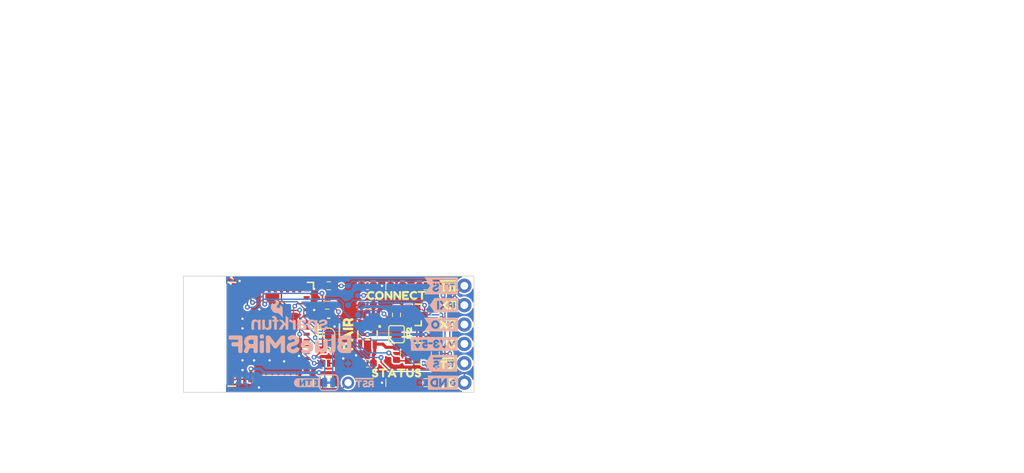
<source format=kicad_pcb>
(kicad_pcb (version 20221018) (generator pcbnew)
  (layers (0 "F.Cu" signal) (31 "B.Cu" signal) (34 "B.Paste" user) (35 "F.Paste" user) (36 "B.SilkS" user "B.Silkscreen") (37 "F.SilkS" user "F.Silkscreen") (38 "B.Mask" user) (39 "F.Mask" user) (44 "Edge.Cuts" user))
  (net 0 "")
  (net 1 "+3.3V")
  (net 2 "GND")
  (net 3 "VCC")
  (net 4 "Net-(D1-A)")
  (net 5 "Net-(D2-A)")
  (net 6 "~{RTS_HV}")
  (net 7 "RX_HV")
  (net 8 "TX_HV")
  (net 9 "~{CTS_HV}")
  (net 10 "TX_LV")
  (net 11 "~{RTS_LV}")
  (net 12 "Net-(U1-EN)")
  (net 13 "RX_LV")
  (net 14 "~{CTS_LV}")
  (net 33 "PAIR")
  (net 34 "Net-(JP1-A)")
  (net 35 "/Connect")
  (net 39 "/Status")
  (net 40 "Net-(U1-IOA15)")
  (footprint "SparkFun-Aesthetic:Fiducial_0.5mm_Mask1mm" (layer "F.Cu") (at 163.83 129.54)
    (fp_text reference "FID2")
    (fp_text value "Fiducial_0.5")
    (pad "" smd circle (at 0 0) (size 0.5 0.5) (layers "F.Cu" "F.Mask") (clearance 0.25))
  )
  (footprint "SparkFun-LED:LED_0603_1608Metric" (layer "F.Cu") (at 157.48 118.11)
    (fp_text reference "D1")
    (fp_text value "Green")
    (pad "1" smd roundrect (at -0.7875 0) (size 0.875 0.95) (layers "F.Cu" "F.Paste" "F.Mask") (net 2 "GND"))
    (pad "2" smd roundrect (at 0.7875 0) (size 0.875 0.95) (layers "F.Cu" "F.Paste" "F.Mask") (net 4 "Net-(D1-A)"))
  )
  (footprint "SparkFun-Semiconductor-Standard:SOT23-3" (layer "F.Cu") (at 160.02 121.92)
    (fp_text reference "Q2")
    (fp_text value "Q_NMOS_DGS")
    (pad "1" smd rect (at -1 -0.95 270) (size 0.8 0.9) (layers "F.Cu" "F.Paste" "F.Mask") (net 1 "+3.3V"))
    (pad "2" smd rect (at -1 0.95 270) (size 0.8 0.9) (layers "F.Cu" "F.Paste" "F.Mask") (net 11 "~{RTS_LV}"))
    (pad "3" smd rect (at 1.1 0 270) (size 0.8 0.9) (layers "F.Cu" "F.Paste" "F.Mask") (net 6 "~{RTS_HV}"))
  )
  (footprint "SparkFun-Resistor:R_0603_1608Metric" (layer "F.Cu") (at 148.59 118.11)
    (fp_text reference "R3")
    (fp_text value "1k")
    (pad "1" smd roundrect (at -0.825 0) (size 0.8 0.95) (layers "F.Cu" "F.Paste" "F.Mask") (net 13 "RX_LV"))
    (pad "2" smd roundrect (at 0.825 0) (size 0.8 0.95) (layers "F.Cu" "F.Paste" "F.Mask") (net 7 "RX_HV"))
  )
  (footprint "SparkFun-Resistor:R_0603_1608Metric" (layer "F.Cu") (at 161.29 118.11 180)
    (fp_text reference "R5")
    (fp_text value "330")
    (pad "1" smd roundrect (at -0.825 0 180) (size 0.8 0.95) (layers "F.Cu" "F.Paste" "F.Mask") (net 35 "/Connect"))
    (pad "2" smd roundrect (at 0.825 0 180) (size 0.8 0.95) (layers "F.Cu" "F.Paste" "F.Mask") (net 4 "Net-(D1-A)"))
  )
  (footprint "SparkFun-Aesthetic:ORDERING_INSTRUCTIONS" (layer "F.Cu") (at 176.145 80.895)
    (fp_text reference "U3" hide)
    (fp_text value "~" hide)
  )
  (footprint "kibuzzard-65023040" (layer "F.Cu") (at 157.48 129.54)
    (fp_text reference "kibuzzard-65023040" hide)
    (fp_text value "G***" hide)
  )
  (footprint "kibuzzard-654D17D1" (layer "F.Cu") (at 164.846 130.81)
    (fp_text reference "kibuzzard-654D17D1" hide)
    (fp_text value "G***" hide)
  )
  (footprint "kibuzzard-655A444A" (layer "F.Cu") (at 164.465 120.65)
    (fp_text reference "kibuzzard-655A444A" hide)
    (fp_text value "G***" hide)
  )
  (footprint "SparkFun-Connector:1X01" (layer "F.Cu") (at 151.13 130.81 90)
    (fp_text reference "TP1")
    (fp_text value "TestPoint")
    (pad "1" thru_hole circle (at 0 0 180) (size 1.6 1.6) (drill 0.95) (layers "*.Cu" "*.Mask") (net 12 "Net-(U1-EN)"))
  )
  (footprint "kibuzzard-6502302E" (layer "F.Cu") (at 157.48 119.38)
    (fp_text reference "kibuzzard-6502302E" hide)
    (fp_text value "G***" hide)
  )
  (footprint "SparkFun-Semiconductor-Standard:SOT23-5" (layer "F.Cu") (at 153.67 124.46 -90)
    (fp_text reference "U2")
    (fp_text value "AP2112K-3.3")
    (pad "1" smd rect (at -1.3001 -0.95 180) (size 0.55 1.2) (layers "F.Cu" "F.Paste" "F.Mask") (net 3 "VCC"))
    (pad "2" smd rect (at -1.3001 0 180) (size 0.55 1.2) (layers "F.Cu" "F.Paste" "F.Mask") (net 2 "GND"))
    (pad "3" smd rect (at -1.3001 0.95 180) (size 0.55 1.2) (layers "F.Cu" "F.Paste" "F.Mask") (net 3 "VCC"))
    (pad "4" smd rect (at 1.3001 0.95 180) (size 0.55 1.2) (layers "F.Cu" "F.Paste" "F.Mask"))
    (pad "5" smd rect (at 1.3001 -0.95 180) (size 0.55 1.2) (layers "F.Cu" "F.Paste" "F.Mask") (net 1 "+3.3V"))
  )
  (footprint "SparkFun-Aesthetic:Creative_Commons_License" (layer "F.Cu") (at 152.4 138.43)
    (fp_text reference "G2" hide)
    (fp_text value "OSHW_Logo" hide)
  )
  (footprint "SparkFun-Capacitor:C_0603_1608Metric" (layer "F.Cu") (at 153.67 120.65 180)
    (fp_text reference "C1")
    (fp_text value "10uF")
    (pad "1" smd roundrect (at -0.775 0 180) (size 0.9 0.95) (layers "F.Cu" "F.Paste" "F.Mask") (net 3 "VCC"))
    (pad "2" smd roundrect (at 0.775 0 180) (size 0.9 0.95) (layers "F.Cu" "F.Paste" "F.Mask") (net 2 "GND"))
  )
  (footprint "SparkFun-Resistor:R_0603_1608Metric" (layer "F.Cu") (at 162.56 127 -90)
    (fp_text reference "R9")
    (fp_text value "10k")
    (pad "1" smd roundrect (at -0.825 0 270) (size 0.8 0.95) (layers "F.Cu" "F.Paste" "F.Mask") (net 3 "VCC"))
    (pad "2" smd roundrect (at 0.825 0 270) (size 0.8 0.95) (layers "F.Cu" "F.Paste" "F.Mask") (net 8 "TX_HV"))
  )
  (footprint "SparkFun-Capacitor:C_0603_1608Metric" (layer "F.Cu") (at 153.67 128.27 180)
    (fp_text reference "C3")
    (fp_text value "1.0uF")
    (pad "1" smd roundrect (at -0.775 0 180) (size 0.9 0.95) (layers "F.Cu" "F.Paste" "F.Mask") (net 1 "+3.3V"))
    (pad "2" smd roundrect (at 0.775 0 180) (size 0.9 0.95) (layers "F.Cu" "F.Paste" "F.Mask") (net 2 "GND"))
  )
  (footprint "kibuzzard-654D17C6" (layer "F.Cu") (at 164.719 125.73)
    (fp_text reference "kibuzzard-654D17C6" hide)
    (fp_text value "G***" hide)
  )
  (footprint "SparkFun-Resistor:R_0603_1608Metric" (layer "F.Cu") (at 148.59 130.81 180)
    (fp_text reference "R1")
    (fp_text value "10k")
    (pad "1" smd roundrect (at -0.825 0 180) (size 0.8 0.95) (layers "F.Cu" "F.Paste" "F.Mask") (net 1 "+3.3V"))
    (pad "2" smd roundrect (at 0.825 0 180) (size 0.8 0.95) (layers "F.Cu" "F.Paste" "F.Mask") (net 12 "Net-(U1-EN)"))
  )
  (footprint "SparkFun-Semiconductor-Standard:SOT23-3" (layer "F.Cu") (at 160.02 127)
    (fp_text reference "Q1")
    (fp_text value "Q_NMOS_DGS")
    (pad "1" smd rect (at -1 -0.95 270) (size 0.8 0.9) (layers "F.Cu" "F.Paste" "F.Mask") (net 1 "+3.3V"))
    (pad "2" smd rect (at -1 0.95 270) (size 0.8 0.9) (layers "F.Cu" "F.Paste" "F.Mask") (net 10 "TX_LV"))
    (pad "3" smd rect (at 1.1 0 270) (size 0.8 0.9) (layers "F.Cu" "F.Paste" "F.Mask") (net 8 "TX_HV"))
  )
  (footprint "SparkFun-Resistor:R_0603_1608Metric" (layer "F.Cu") (at 162.56 121.92 90)
    (fp_text reference "R10")
    (fp_text value "10k")
    (pad "1" smd roundrect (at -0.825 0 90) (size 0.8 0.95) (layers "F.Cu" "F.Paste" "F.Mask") (net 3 "VCC"))
    (pad "2" smd roundrect (at 0.825 0 90) (size 0.8 0.95) (layers "F.Cu" "F.Paste" "F.Mask") (net 6 "~{RTS_HV}"))
  )
  (footprint "SparkFun-Resistor:R_0603_1608Metric" (layer "F.Cu") (at 148.59 128.27)
    (fp_text reference "R2")
    (fp_text value "10k")
    (pad "1" smd roundrect (at -0.825 0) (size 0.8 0.95) (layers "F.Cu" "F.Paste" "F.Mask") (net 40 "Net-(U1-IOA15)"))
    (pad "2" smd roundrect (at 0.825 0) (size 0.8 0.95) (layers "F.Cu" "F.Paste" "F.Mask") (net 2 "GND"))
  )
  (footprint "SparkFun-RF:ESP32-MINI" (layer "F.Cu") (at 140.79 124.46 90)
    (fp_text reference "U1")
    (fp_text value "ESP32_Pico_Mini")
    (pad "1" smd rect (at -5.9 -4 180) (size 0.4 0.8) (layers "F.Cu" "F.Paste" "F.Mask") (net 2 "GND"))
    (pad "2" smd rect (at -5.9 -3.2 180) (size 0.4 0.8) (layers "F.Cu" "F.Paste" "F.Mask") (net 2 "GND"))
    (pad "3" smd rect (at -5.9 -2.4 180) (size 0.4 0.8) (layers "F.Cu" "F.Paste" "F.Mask") (net 1 "+3.3V"))
    (pad "4" smd rect (at -5.9 -1.6 180) (size 0.4 0.8) (layers "F.Cu" "F.Paste" "F.Mask"))
    (pad "5" smd rect (at -5.9 -0.8 180) (size 0.4 0.8) (layers "F.Cu" "F.Paste" "F.Mask"))
    (pad "6" smd rect (at -5.9 0 180) (size 0.4 0.8) (layers "F.Cu" "F.Paste" "F.Mask"))
    (pad "7" smd rect (at -5.9 0.8 180) (size 0.4 0.8) (layers "F.Cu" "F.Paste" "F.Mask"))
    (pad "8" smd rect (at -5.9 1.6 180) (size 0.4 0.8) (layers "F.Cu" "F.Paste" "F.Mask") (net 12 "Net-(U1-EN)"))
    (pad "9" smd rect (at -5.9 2.4 180) (size 0.4 0.8) (layers "F.Cu" "F.Paste" "F.Mask"))
    (pad "10" smd rect (at -5.9 3.2 180) (size 0.4 0.8) (layers "F.Cu" "F.Paste" "F.Mask"))
    (pad "11" smd rect (at -5.9 4 180) (size 0.4 0.8) (layers "F.Cu" "F.Paste" "F.Mask") (net 2 "GND"))
    (pad "12" smd rect (at -4.8 4.9 90) (size 0.4 0.8) (layers "F.Cu" "F.Paste" "F.Mask"))
    (pad "13" smd rect (at -4 4.9 90) (size 0.4 0.8) (layers "F.Cu" "F.Paste" "F.Mask"))
    (pad "14" smd rect (at -3.2 4.9 90) (size 0.4 0.8) (layers "F.Cu" "F.Paste" "F.Mask") (net 2 "GND"))
    (pad "15" smd rect (at -2.4 4.9 90) (size 0.4 0.8) (layers "F.Cu" "F.Paste" "F.Mask"))
    (pad "16" smd rect (at -1.6 4.9 90) (size 0.4 0.8) (layers "F.Cu" "F.Paste" "F.Mask"))
    (pad "17" smd rect (at -0.8 4.9 90) (size 0.4 0.8) (layers "F.Cu" "F.Paste" "F.Mask"))
    (pad "18" smd rect (at 0 4.9 90) (size 0.4 0.8) (layers "F.Cu" "F.Paste" "F.Mask"))
    (pad "19" smd rect (at 0.8 4.9 90) (size 0.4 0.8) (layers "F.Cu" "F.Paste" "F.Mask"))
    (pad "20" smd rect (at 1.6 4.9 90) (size 0.4 0.8) (layers "F.Cu" "F.Paste" "F.Mask") (net 35 "/Connect"))
    (pad "21" smd rect (at 2.4 4.9 90) (size 0.4 0.8) (layers "F.Cu" "F.Paste" "F.Mask") (net 40 "Net-(U1-IOA15)"))
    (pad "22" smd rect (at 3.2 4.9 90) (size 0.4 0.8) (layers "F.Cu" "F.Paste" "F.Mask"))
    (pad "23" smd rect (at 4 4.9 90) (size 0.4 0.8) (layers "F.Cu" "F.Paste" "F.Mask") (net 33 "PAIR"))
    (pad "24" smd rect (at 4.8 4.9 90) (size 0.4 0.8) (layers "F.Cu" "F.Paste" "F.Mask"))
    (pad "25" smd rect (at 5.9 4 180) (size 0.4 0.8) (layers "F.Cu" "F.Paste" "F.Mask"))
    (pad "26" smd rect (at 5.9 3.2 180) (size 0.4 0.8) (layers "F.Cu" "F.Paste" "F.Mask"))
    (pad "27" smd rect (at 5.9 2.4 180) (size 0.4 0.8) (layers "F.Cu" "F.Paste" "F.Mask"))
    (pad "28" smd rect (at 5.9 1.6 180) (size 0.4 0.8) (layers "F.Cu" "F.Paste" "F.Mask") (net 39 "/Status"))
    (pad "29" smd rect (at 5.9 0.8 180) (size 0.4 0.8) (layers "F.Cu" "F.Paste" "F.Mask"))
    (pad "30" smd rect (at 5.9 0 180) (size 0.4 0.8) (layers "F.Cu" "F.Paste" "F.Mask") (net 13 "RX_LV"))
    (pad "31" smd rect (at 5.9 -0.8 180) (size 0.4 0.8) (layers "F.Cu" "F.Paste" "F.Mask") (net 10 "TX_LV"))
    (pad "32" smd rect (at 5.9 -1.6 180) (size 0.4 0.8) (layers "F.Cu" "F.Paste" "F.Mask"))
    (pad "33" smd rect (at 5.9 -2.4 180) (size 0.4 0.8) (layers "F.Cu" "F.Paste" "F.Mask") (net 14 "~{CTS_LV}"))
    (pad "34" smd rect (at 5.9 -3.2 180) (size 0.4 0.8) (layers "F.Cu" "F.Paste" "F.Mask") (net 11 "~{RTS_LV}"))
    (pad "35" smd rect (at 5.9 -4 180) (size 0.4 0.8) (layers "F.Cu" "F.Paste" "F.Mask"))
    (pad "36" smd rect (at 4.8 -4.9 90) (size 0.4 0.8) (layers "F.Cu" "F.Paste" "F.Mask") (net 2 "GND"))
    (pad "37" smd rect (at 4 -4.9 90) (size 0.4 0.8) (layers "F.Cu" "F.Paste" "F.Mask") (net 2 "GND"))
    (pad "38" smd rect (at 3.2 -4.9 90) (size 0.4 0.8) (layers "F.Cu" "F.Paste" "F.Mask") (net 2 "GND"))
    (pad "39" smd rect (at 2.4 -4.9 90) (size 0.4 0.8) (layers "F.Cu" "F.Paste" "F.Mask") (net 2 "GND"))
    (pad "40" smd rect (at 1.6 -4.9 90) (size 0.4 0.8) (layers "F.Cu" "F.Paste" "F.Mask") (net 2 "GND"))
    (pad "41" smd rect (at 0.8 -4.9 90) (size 0.4 0.8) (layers "F.Cu" "F.Paste" "F.Mask") (net 2 "GND"))
    (pad "42" smd rect (at 0 -4.9 90) (size 0.4 0.8) (layers "F.Cu" "F.Paste" "F.Mask") (net 2 "GND"))
    (pad "43" smd rect (at -0.8 -4.9 90) (size 0.4 0.8) (layers "F.Cu" "F.Paste" "F.Mask") (net 2 "GND"))
    (pad "44" smd rect (at -1.6 -4.9 90) (size 0.4 0.8) (layers "F.Cu" "F.Paste" "F.Mask") (net 2 "GND"))
    (pad "45" smd rect (at -2.4 -4.9 90) (size 0.4 0.8) (layers "F.Cu" "F.Paste" "F.Mask") (net 2 "GND"))
    (pad "46" smd rect (at -3.2 -4.9 90) (size 0.4 0.8) (layers "F.Cu" "F.Paste" "F.Mask") (net 2 "GND"))
    (pad "47" smd rect (at -4 -4.9 90) (size 0.4 0.8) (layers "F.Cu" "F.Paste" "F.Mask") (net 2 "GND"))
    (pad "48" smd rect (at -4.8 -4.9 90) (size 0.4 0.8) (layers "F.Cu" "F.Paste" "F.Mask") (net 2 "GND"))
    (pad "49.1" smd rect (at -1.975 -1.975 90) (size 1.45 1.45) (layers "F.Cu" "F.Mask") (net 2 "GND"))
    (pad "49.2" smd rect (at -1.975 0 90) (size 1.45 1.45) (layers "F.Cu" "F.Mask") (net 2 "GND"))
    (pad "49.3" smd rect (at -1.975 1.975 90) (size 1.45 1.45) (layers "F.Cu" "F.Mask") (net 2 "GND"))
    (pad "49.4" smd rect (at 0 1.975 90) (size 1.45 1.45) (layers "F.Cu" "F.Mask") (net 2 "GND"))
    (pad "49.5" smd rect (at 1.975 1.975 90) (size 1.45 1.45) (layers "F.Cu" "F.Mask") (net 2 "GND"))
    (pad "49.6" smd rect (at 1.975 0 90) (size 1.45 1.45) (layers "F.Cu" "F.Mask") (net 2 "GND"))
    (pad "49.7" smd rect (at 1.975 -1.975 90) (size 1.45 1.45) (layers "F.Cu" "F.Mask") (net 2 "GND"))
    (pad "49.8" smd rect (at 0 -1.975 90) (size 1.45 1.45) (layers "F.Cu" "F.Mask") (net 2 "GND"))
    (pad "49.9" smd rect (at 0 0 90) (size 1.45 1.45) (layers "F.Cu" "F.Mask") (net 2 "GND"))
    (pad "50" smd rect (at 5.95 -4.95 90) (size 0.7 0.7) (layers "F.Cu" "F.Paste" "F.Mask") (net 2 "GND"))
    (pad "51" smd rect (at 5.95 4.95 90) (size 0.7 0.7) (layers "F.Cu" "F.Paste" "F.Mask") (net 2 "GND"))
    (pad "52" smd rect (at -5.95 4.95 90) (size 0.7 0.7) (layers "F.Cu" "F.Paste" "F.Mask") (net 2 "GND"))
    (pad "53" smd rect (at -5.95 -4.95 90) (size 0.7 0.7) (layers "F.Cu" "F.Paste" "F.Mask") (net 2 "GND"))
    (zone (net 0) (net_name "") (layer "F.Cu") (connect_pads (clearance 0)) (min_thickness 0.25)
      (keepout (tracks not_allowed) (vias not_allowed) (pads not_allowed) (copperpour not_allowed) (footprints allowed))
      (fill (thermal_gap 0.5) (thermal_bridge_width 0.5))
      (polygon (pts (xy 135.19 131.06) (xy 135.19 117.86) (xy 129.79 117.86) (xy 129.79 131.06)))
    )
    (zone (net 0) (net_name "") (layer "B.Cu") (connect_pads (clearance 0)) (min_thickness 0.25)
      (keepout (tracks not_allowed) (vias not_allowed) (pads not_allowed) (copperpour not_allowed) (footprints allowed))
      (fill (thermal_gap 0.5) (thermal_bridge_width 0.5))
      (polygon (pts (xy 129.79 117.86) (xy 129.79 131.06) (xy 135.19 131.06) (xy 135.19 117.86)))
    )
  )
  (footprint "kibuzzard-655A44E1" (layer "F.Cu") (at 164.211 123.19)
    (fp_text reference "kibuzzard-655A44E1" hide)
    (fp_text value "G***" hide)
  )
  (footprint "SparkFun-Resistor:R_0603_1608Metric" (layer "F.Cu") (at 157.48 127 -90)
    (fp_text reference "R7")
    (fp_text value "10k")
    (pad "1" smd roundrect (at -0.825 0 270) (size 0.8 0.95) (layers "F.Cu" "F.Paste" "F.Mask") (net 1 "+3.3V"))
    (pad "2" smd roundrect (at 0.825 0 270) (size 0.8 0.95) (layers "F.Cu" "F.Paste" "F.Mask") (net 10 "TX_LV"))
  )
  (footprint "SparkFun-Capacitor:C_0603_1608Metric" (layer "F.Cu") (at 153.67 118.11 180)
    (fp_text reference "C2")
    (fp_text value "1.0uF")
    (pad "1" smd roundrect (at -0.775 0 180) (size 0.9 0.95) (layers "F.Cu" "F.Paste" "F.Mask") (net 3 "VCC"))
    (pad "2" smd roundrect (at 0.775 0 180) (size 0.9 0.95) (layers "F.Cu" "F.Paste" "F.Mask") (net 2 "GND"))
  )
  (footprint "SparkFun-Aesthetic:Fiducial_0.5mm_Mask1mm" (layer "F.Cu") (at 135.636 117.348)
    (fp_text reference "FID1")
    (fp_text value "Fiducial_0.5")
    (pad "" smd circle (at 0 0) (size 0.5 0.5) (layers "F.Cu" "F.Mask") (clearance 0.25))
  )
  (footprint "kibuzzard-655A4384" (layer "F.Cu") (at 164.211 128.27)
    (fp_text reference "kibuzzard-655A4384" hide)
    (fp_text value "G***" hide)
  )
  (footprint "kibuzzard-6502231B" (layer "F.Cu") (at 151.13 124.46 90)
    (fp_text reference "kibuzzard-6502231B" hide)
    (fp_text value "G***" hide)
  )
  (footprint "SparkFun-Connector:1X06" (layer "F.Cu") (at 166.37 118.11 -90)
    (fp_text reference "J1")
    (fp_text value "Conn_01x06")
    (pad "1" thru_hole circle (at 0 0) (size 1.8796 1.8796) (drill 1.016) (layers "*.Cu" "*.Mask") (net 6 "~{RTS_HV}"))
    (pad "2" thru_hole circle (at 2.54 0) (size 1.8796 1.8796) (drill 1.016) (layers "*.Cu" "*.Mask") (net 7 "RX_HV"))
    (pad "3" thru_hole circle (at 5.08 0) (size 1.8796 1.8796) (drill 1.016) (layers "*.Cu" "*.Mask") (net 8 "TX_HV"))
    (pad "4" thru_hole circle (at 7.62 0) (size 1.8796 1.8796) (drill 1.016) (layers "*.Cu" "*.Mask") (net 3 "VCC"))
    (pad "5" thru_hole circle (at 10.16 0) (size 1.8796 1.8796) (drill 1.016) (layers "*.Cu" "*.Mask") (net 9 "~{CTS_HV}"))
    (pad "6" thru_hole circle (at 12.7 0) (size 1.8796 1.8796) (drill 1.016) (layers "*.Cu" "*.Mask") (net 2 "GND"))
  )
  (footprint "SparkFun-Switch:Momentary_SMD_4.6x2.8mm" (layer "F.Cu") (at 148.59 124.46 90)
    (fp_text reference "SW1")
    (fp_text value "Switch")
    (pad "1" smd rect (at -2.05 -0.8 90) (size 0.9 1) (layers "F.Cu" "F.Paste" "F.Mask") (net 34 "Net-(JP1-A)"))
    (pad "1" smd rect (at 2.05 -0.8 90) (size 0.9 1) (layers "F.Cu" "F.Paste" "F.Mask") (net 34 "Net-(JP1-A)"))
    (pad "2" smd rect (at -2.05 0.8 90) (size 0.9 1) (layers "F.Cu" "F.Paste" "F.Mask") (net 2 "GND"))
    (pad "2" smd rect (at 2.05 0.8 90) (size 0.9 1) (layers "F.Cu" "F.Paste" "F.Mask") (net 2 "GND"))
  )
  (footprint "SparkFun-LED:LED_0603_1608Metric" (layer "F.Cu") (at 157.48 130.81)
    (fp_text reference "D2")
    (fp_text value "Red")
    (pad "1" smd roundrect (at -0.7875 0) (size 0.875 0.95) (layers "F.Cu" "F.Paste" "F.Mask") (net 2 "GND"))
    (pad "2" smd roundrect (at 0.7875 0) (size 0.875 0.95) (layers "F.Cu" "F.Paste" "F.Mask") (net 5 "Net-(D2-A)"))
  )
  (footprint "SparkFun-Resistor:R_0603_1608Metric" (layer "F.Cu") (at 148.4 120.65)
    (fp_text reference "R4")
    (fp_text value "1k")
    (pad "1" smd roundrect (at -0.825 0) (size 0.8 0.95) (layers "F.Cu" "F.Paste" "F.Mask") (net 14 "~{CTS_LV}"))
    (pad "2" smd roundrect (at 0.825 0) (size 0.8 0.95) (layers "F.Cu" "F.Paste" "F.Mask") (net 9 "~{CTS_HV}"))
  )
  (footprint "SparkFun-Capacitor:C_0603_1608Metric" (layer "F.Cu") (at 153.67 130.81 180)
    (fp_text reference "C4")
    (fp_text value "10uF")
    (pad "1" smd roundrect (at -0.775 0 180) (size 0.9 0.95) (layers "F.Cu" "F.Paste" "F.Mask") (net 1 "+3.3V"))
    (pad "2" smd roundrect (at 0.775 0 180) (size 0.9 0.95) (layers "F.Cu" "F.Paste" "F.Mask") (net 2 "GND"))
  )
  (footprint "SparkFun-Resistor:R_0603_1608Metric" (layer "F.Cu") (at 157.48 121.92 -90)
    (fp_text reference "R8")
    (fp_text value "10k")
    (pad "1" smd roundrect (at -0.825 0 270) (size 0.8 0.95) (layers "F.Cu" "F.Paste" "F.Mask") (net 1 "+3.3V"))
    (pad "2" smd roundrect (at 0.825 0 270) (size 0.8 0.95) (layers "F.Cu" "F.Paste" "F.Mask") (net 11 "~{RTS_LV}"))
  )
  (footprint "SparkFun-Resistor:R_0603_1608Metric" (layer "F.Cu") (at 161.29 130.81 180)
    (fp_text reference "R6")
    (fp_text value "4.7k")
    (pad "1" smd roundrect (at -0.825 0 180) (size 0.8 0.95) (layers "F.Cu" "F.Paste" "F.Mask") (net 39 "/Status"))
    (pad "2" smd roundrect (at 0.825 0 180) (size 0.8 0.95) (layers "F.Cu" "F.Paste" "F.Mask") (net 5 "Net-(D2-A)"))
  )
  (footprint "SparkFun-Jumper:SMT-JUMPER_2_NO_SILK" (layer "F.Cu") (at 157.48 124.46 -90)
    (fp_text reference "JP2")
    (fp_text value "~")
    (pad "1" smd rect (at -0.4064 0 270) (size 0.635 1.27) (layers "F.Cu" "F.Mask") (net 3 "VCC"))
    (pad "2" smd rect (at 0.4064 0 270) (size 0.635 1.27) (layers "F.Cu" "F.Mask") (net 1 "+3.3V"))
  )
  (footprint "kibuzzard-655A4368" (layer "F.Cu") (at 164.211 118.11)
    (fp_text reference "kibuzzard-655A4368" hide)
    (fp_text value "G***" hide)
  )
  (footprint "kibuzzard-655A5C47" (layer "F.Cu") (at 159.131 124.46 90)
    (fp_text reference "kibuzzard-655A5C47" hide)
    (fp_text value "G***" hide)
  )
  (footprint "kibuzzard-655A4397" (layer "B.Cu") (at 163.322 128.27 180)
    (fp_text reference "kibuzzard-655A4397" hide)
    (fp_text value "G***" hide)
  )
  (footprint "SparkFun-Connector:TestPoint-0.75mm" (layer "B.Cu") (at 152.4 121.92 180)
    (fp_text reference "TP4")
    (fp_text value "TestPoint_0.75mm")
    (pad "1" smd roundrect (at 0 0 180) (size 0.75 0.75) (layers "B.Cu" "B.Mask") (roundrect_rratio 0.5) (net 8 "TX_HV"))
  )
  (footprint "SparkFun-Jumper:SMT-JUMPER_2_NC_TRACE_SILK" (layer "B.Cu") (at 148.59 130.81)
    (fp_text reference "JP1")
    (fp_text value "~")
    (fp_poly (pts (xy -0.25 0.15) (xy 0.25 0.15) (xy 0.25 -0.15) (xy -0.25 -0.15)) (fill solid) (layer "B.Cu"))
    (pad "1" smd rect (at -0.5207 0) (size 0.6604 1.27) (layers "B.Cu" "B.Mask") (net 34 "Net-(JP1-A)"))
    (pad "2" smd rect (at 0.5207 0) (size 0.6604 1.27) (layers "B.Cu" "B.Mask") (net 33 "PAIR"))
  )
  (footprint "kibuzzard-655A4470" (layer "B.Cu") (at 163.703 120.65 180)
    (fp_text reference "kibuzzard-655A4470" hide)
    (fp_text value "G***" hide)
  )
  (footprint "kibuzzard-655A4492" (layer "B.Cu") (at 163.322 123.19 180)
    (fp_text reference "kibuzzard-655A4492" hide)
    (fp_text value "G***" hide)
  )
  (footprint "SparkFun-Connector:TestPoint-0.75mm" (layer "B.Cu") (at 151.13 118.11 180)
    (fp_text reference "TP2")
    (fp_text value "TestPoint_0.75mm")
    (pad "1" smd roundrect (at 0 0 180) (size 0.75 0.75) (layers "B.Cu" "B.Mask") (roundrect_rratio 0.5) (net 7 "RX_HV"))
  )
  (footprint "SparkFun-Connector:TestPoint-0.75mm" (layer "B.Cu") (at 151.13 120.65 180)
    (fp_text reference "TP5")
    (fp_text value "TestPoint_0.75mm")
    (pad "1" smd roundrect (at 0 0 180) (size 0.75 0.75) (layers "B.Cu" "B.Mask") (roundrect_rratio 0.5) (net 6 "~{RTS_HV}"))
  )
  (footprint "kibuzzard-64C47F40" (layer "B.Cu") (at 143.51 125.73 180)
    (fp_text reference "kibuzzard-64C47F40" hide)
    (fp_text value "G***" hide)
  )
  (footprint "SparkFun-Connector:TestPoint-0.75mm" (layer "B.Cu") (at 151.13 123.19 180)
    (fp_text reference "TP3")
    (fp_text value "TestPoint_0.75mm")
    (pad "1" smd roundrect (at 0 0 180) (size 0.75 0.75) (layers "B.Cu" "B.Mask") (roundrect_rratio 0.5) (net 9 "~{CTS_HV}"))
  )
  (footprint "SparkFun-Connector:TestPoint-0.75mm" (layer "B.Cu") (at 151.13 128.27 180)
    (fp_text reference "TP6")
    (fp_text value "TestPoint_0.75mm")
    (pad "1" smd roundrect (at 0 0 180) (size 0.75 0.75) (layers "B.Cu" "B.Mask") (roundrect_rratio 0.5) (net 2 "GND"))
  )
  (footprint "SparkFun-Aesthetic:SparkFun_Logo_10mm" (layer "B.Cu") (at 143.51 123.19 180)
    (fp_text reference "G***")
    (fp_text value "LOGO" hide)
  )
  (footprint "kibuzzard-65022EAF" (layer "B.Cu") (at 163.576 130.81 180)
    (fp_text reference "kibuzzard-65022EAF" hide)
    (fp_text value "G***" hide)
  )
  (footprint "kibuzzard-655A43AA" (layer "B.Cu") (at 163.322 118.11 180)
    (fp_text reference "kibuzzard-655A43AA" hide)
    (fp_text value "G***" hide)
  )
  (footprint "kibuzzard-65022F1B" (layer "B.Cu") (at 145.669 130.820001 180)
    (fp_text reference "kibuzzard-65022F1B" hide)
    (fp_text value "G***" hide)
  )
  (footprint "kibuzzard-655A45F8" (layer "B.Cu") (at 153.289 130.81 180)
    (fp_text reference "kibuzzard-655A45F8" hide)
    (fp_text value "G***" hide)
  )
  (footprint "SparkFun-Aesthetic:Fiducial_0.5mm_Mask1mm" (layer "B.Cu") (at 135.89 117.475 180)
    (fp_text reference "FID3")
    (fp_text value "Fiducial_0.5")
    (pad "" smd circle (at 0 0 180) (size 0.5 0.5) (layers "B.Cu" "B.Mask") (clearance 0.25))
  )
  (footprint "kibuzzard-655A532D" (layer "B.Cu") (at 162.433 125.73 180)
    (fp_text reference "kibuzzard-655A532D" hide)
    (fp_text value "G***" hide)
  )
  (footprint "SparkFun-Aesthetic:Fiducial_0.5mm_Mask1mm" (layer "B.Cu") (at 160.528 130.81 180)
    (fp_text reference "FID4")
    (fp_text value "Fiducial_0.5")
    (pad "" smd circle (at 0 0 180) (size 0.5 0.5) (layers "B.Cu" "B.Mask") (clearance 0.25))
  )
  (footprint "SparkFun-Connector:TestPoint-0.75mm" (layer "B.Cu") (at 152.4 119.38 180)
    (fp_text reference "TP7")
    (fp_text value "TestPoint_0.75mm")
    (pad "1" smd roundrect (at 0 0 180) (size 0.75 0.75) (layers "B.Cu" "B.Mask") (roundrect_rratio 0.5) (net 3 "VCC"))
  )
  (gr_rect (start 129.54 116.84) (end 167.64 132.08) (stroke (width 0.1)) (fill none) (layer "Edge.Cuts"))
  (gr_text "v11" (at 137.16 130.81) (layer "B.Cu" knockout) (effects (font (size 1.016 1.016) (thickness 0.254) bold) (justify mirror)))
  (segment (start 147.32 129.5) (end 149.415219 129.5) (width 0.4064) (layer "F.Cu") (net 1))
  (segment (start 154.62 127.001359) (end 154.445 127.176359) (width 0.4064) (layer "F.Cu") (net 1))
  (segment (start 149.415219 129.5) (end 154.445 129.5) (width 0.4064) (layer "F.Cu") (net 1))
  (segment (start 138.39 129.01) (end 138.4 129) (width 0.4064) (layer "F.Cu") (net 1))
  (segment (start 158.895 121.095) (end 159.02 120.97) (width 0.1778) (layer "F.Cu") (net 1))
  (segment (start 160.147 124.923) (end 160.147 122.097) (width 0.1778) (layer "F.Cu") (net 1))
  (segment (start 154.445 129.5) (end 154.445 128.27) (width 0.4064) (layer "F.Cu") (net 1))
  (segment (start 155.68505 125.7601) (end 154.62 125.7601) (width 0.4064) (layer "F.Cu") (net 1))
  (segment (start 149.415 130.81) (end 149.415 129.500219) (width 0.4064) (layer "F.Cu") (net 1))
  (segment (start 154.445 130.81) (end 154.445 129.5) (width 0.4064) (layer "F.Cu") (net 1))
  (segment (start 149.415 129.500219) (end 149.415219 129.5) (width 0.4064) (layer "F.Cu") (net 1))
  (segment (start 138.39 130.36) (end 138.39 129.01) (width 0.4064) (layer "F.Cu") (net 1))
  (segment (start 157.48 126.175) (end 156.09995 126.175) (width 0.4064) (layer "F.Cu") (net 1))
  (segment (start 158.895 126.175) (end 159.02 126.05) (width 0.1778) (layer "F.Cu") (net 1))
  (segment (start 157.48 124.8664) (end 157.48 126.175) (width 0.4064) (layer "F.Cu") (net 1))
  (segment (start 156.09995 126.175) (end 155.68505 125.7601) (width 0.4064) (layer "F.Cu") (net 1))
  (segment (start 154.445 127.176359) (end 154.445 128.27) (width 0.4064) (layer "F.Cu") (net 1))
  (segment (start 159.02 126.05) (end 160.147 124.923) (width 0.1778) (layer "F.Cu") (net 1))
  (segment (start 160.147 122.097) (end 159.02 120.97) (width 0.1778) (layer "F.Cu") (net 1))
  (segment (start 157.48 121.095) (end 158.895 121.095) (width 0.1778) (layer "F.Cu") (net 1))
  (segment (start 157.48 126.175) (end 158.895 126.175) (width 0.1778) (layer "F.Cu") (net 1))
  (segment (start 154.62 125.7601) (end 154.62 127.001359) (width 0.4064) (layer "F.Cu") (net 1))
  (via (at 147.32 129.5) (size 0.6604) (drill 0.3048) (layers "F.Cu" "B.Cu") (net 1))
  (via (at 138.4 129) (size 0.6604) (drill 0.3048) (layers "F.Cu" "B.Cu") (net 1))
  (segment (start 139.605 129) (end 138.4 129) (width 0.4064) (layer "B.Cu") (net 1))
  (segment (start 147.32 129.5) (end 140.105 129.5) (width 0.4064) (layer "B.Cu") (net 1))
  (segment (start 140.105 129.5) (end 139.605 129) (width 0.4064) (layer "B.Cu") (net 1))
  (segment (start 137.445 126.435) (end 137.02 126.86) (width 0.4064) (layer "F.Cu") (net 2))
  (segment (start 138.815 126.435) (end 138.815 127.885) (width 0.4064) (layer "F.Cu") (net 2))
  (segment (start 145.06 127.66) (end 144.7 127.3) (width 0.4064) (layer "F.Cu") (net 2))
  (segment (start 135.89 120.46) (end 136.716 120.46) (width 0.4064) (layer "F.Cu") (net 2))
  (segment (start 135.89 129.26) (end 137.186 129.26) (width 0.4064) (layer "F.Cu") (net 2))
  (segment (start 135.89 128.46) (end 136.588 128.46) (width 0.4064) (layer "F.Cu") (net 2))
  (segment (start 137.344 122.485) (end 137.287 122.428) (width 0.4064) (layer "F.Cu") (net 2))
  (segment (start 142.765 126.435) (end 142.765 124.46) (width 0.4064) (layer "F.Cu") (net 2))
  (segment (start 136.855 122.86) (end 137.287 122.428) (width 0.4064) (layer "F.Cu") (net 2))
  (segment (start 137.59 130.36) (end 137.59 129.462) (width 0.4064) (layer "F.Cu") (net 2))
  (segment (start 135.89 125.26) (end 136.69 125.26) (width 0.4064) (layer "F.Cu") (net 2))
  (segment (start 140.79 127.836) (end 140.843 127.889) (width 0.4064) (layer "F.Cu") (net 2))
  (segment (start 143.2524 128.016) (end 142.748 128.016) (width 0.4064) (layer "F.Cu") (net 2))
  (segment (start 135.84 119.61) (end 135.89 119.66) (width 0.4064) (layer "F.Cu") (net 2))
  (segment (start 140.79 124.46) (end 142.765 124.46) (width 0.4064) (layer "F.Cu") (net 2))
  (segment (start 142.765 122.485) (end 142.765 121.302) (width 0.4064) (layer "F.Cu") (net 2))
  (segment (start 138.815 126.435) (end 137.445 126.435) (width 0.4064) (layer "F.Cu") (net 2))
  (segment (start 137.541 123.954) (end 137.287 123.7) (width 0.4064) (layer "F.Cu") (net 2))
  (segment (start 140.79 126.435) (end 140.79 127.836) (width 0.4064) (layer "F.Cu") (net 2))
  (segment (start 135.89 124.46) (end 136.779 124.46) (width 0.4064) (layer "F.Cu") (net 2))
  (segment (start 135.89 127.66) (end 137.058 127.66) (width 0.4064) (layer "F.Cu") (net 2))
  (segment (start 136.79 130.36) (end 136.79 131.307) (width 0.4064) (layer "F.Cu") (net 2))
  (segment (start 137.247 123.66) (end 137.287 123.7) (width 0.4064) (layer "F.Cu") (net 2))
  (segment (start 142.765 127.999) (end 142.748 128.016) (width 0.4064) (layer "F.Cu") (net 2))
  (segment (start 138.815 126.435) (end 138.815 124.46) (width 0.4064) (layer "F.Cu") (net 2))
  (segment (start 136.588 128.46) (end 137.287 129.159) (width 0.4064) (layer "F.Cu") (net 2))
  (segment (start 136.919 122.06) (end 137.287 122.428) (width 0.4064) (layer "F.Cu") (net 2))
  (segment (start 135.84 130.41) (end 135.84 129.31) (width 0.4064) (layer "F.Cu") (net 2))
  (segment (start 140.79 122.485) (end 138.815 122.485) (width 0.4064) (layer "F.Cu") (net 2))
  (segment (start 137.59 129.462) (end 137.287 129.159) (width 0.4064) (layer "F.Cu") (net 2))
  (segment (start 136.79 130.36) (end 136.79 129.656) (width 0.4064) (layer "F.Cu") (net 2))
  (segment (start 145.74 118.51) (end 146.666 118.51) (width 0.4064) (layer "F.Cu") (net 2))
  (segment (start 137.186 129.26) (end 137.287 129.159) (width 0.4064) (layer "F.Cu") (net 2))
  (segment (start 136.906 117.475) (end 136.652 117.475) (width 0.4064) (layer "F.Cu") (net 2))
  (segment (start 153.67 123.1599) (end 153.67 121.92) (width 0.5588) (layer "F.Cu") (net 2))
  (segment (start 142.765 126.435) (end 142.765 127.999) (width 0.4064) (layer "F.Cu") (net 2))
  (segment (start 135.84 118.51) (end 135.84 119.61) (width 0.4064) (layer "F.Cu") (net 2))
  (segment (start 138.815 122.485) (end 137.344 122.485) (width 0.4064) (layer "F.Cu") (net 2))
  (segment (start 137.541 124.46) (end 137.541 123.954) (width 0.4064) (layer "F.Cu") (net 2))
  (segment (start 138.815 124.46) (end 137.541 124.46) (width 0.4064) (layer "F.Cu") (net 2))
  (segment (start 140.79 122.485) (end 142.765 122.485) (width 0.4064) (layer "F.Cu") (net 2))
  (segment (start 135.84 118.287) (end 135.84 118.51) (width 0.4064) (layer "F.Cu") (net 2))
  (segment (start 144.79 130.36) (end 144.79 131.054) (width 0.4064) (layer "F.Cu") (net 2))
  (segment (start 145.74 130.41) (end 146.666 130.41) (width 0.4064) (layer "F.Cu") (net 2))
  (segment (start 137.058 127.66) (end 137.287 127.889) (width 0.4064) (layer "F.Cu") (net 2))
  (segment (start 145.69 127.66) (end 145.06 127.66) (width 0.4064) (layer "F.Cu") (net 2))
  (segment (start 142.765 124.46) (end 142.765 122.485) (width 0.4064) (layer "F.Cu") (net 2))
  (segment (start 135.89 121.26) (end 136.881 121.26) (width 0.4064) (layer "F.Cu") (net 2))
  (segment (start 135.89 122.06) (end 136.919 122.06) (width 0.4064) (layer "F.Cu") (net 2))
  (segment (start 138.815 124.46) (end 138.815 122.485) (width 0.4064) (layer "F.Cu") (net 2))
  (segment (start 135.89 123.66) (end 137.247 123.66) (width 0.4064) (layer "F.Cu") (net 2))
  (segment (start 135.89 122.86) (end 136.855 122.86) (width 0.4064) (layer "F.Cu") (net 2))
  (segment (start 135.89 126.86) (end 137.02 126.86) (width 0.4064) (layer "F.Cu") (net 2))
  (segment (start 142.765 126.435) (end 140.79 126.435) (width 0.4064) (layer "F.Cu") (net 2))
  (segment (start 140.79 126.435) (end 138.815 126.435) (width 0.4064) (layer "F.Cu") (net 2))
  (segment (start 135.84 130.41) (end 135.84 131.395) (width 0.4064) (layer "F.Cu") (net 2))
  (segment (start 135.89 126.06) (end 136.855 126.06) (width 0.4064) (layer "F.Cu") (net 2))
  (segment (start 144.79 130.36) (end 144.79 129.5536) (width 0.4064) (layer "F.Cu") (net 2))
  (segment (start 135.84 129.31) (end 135.89 129.26) (width 0.4064) (layer "F.Cu") (net 2))
  (segment (start 140.79 122.485) (end 140.79 121.465) (width 0.4064) (layer "F.Cu") (net 2))
  (segment (start 138.815 124.46) (end 140.79 124.46) (width 0.4064) (layer "F.Cu") (net 2))
  (segment (start 144.79 129.5536) (end 143.2524 128.016) (width 0.4064) (layer "F.Cu") (net 2))
  (segment (start 137.59 130.36) (end 137.59 131.113) (width 0.4064) (layer "F.Cu") (net 2))
  (segment (start 136.79 129.656) (end 137.287 129.159) (width 0.4064) (layer "F.Cu") (net 2))
  (segment (start 136.652 117.475) (end 135.84 118.287) (width 0.4064) (layer "F.Cu") (net 2))
  (segment (start 138.815 127.885) (end 138.811 127.889) (width 0.4064) (layer "F.Cu") (net 2))
  (via (at 142.748 128.016) (size 0.6604) (drill 0.3048) (layers "F.Cu" "B.Cu") (net 2))
  (via (at 137.287 129.159) (size 0.6604) (drill 0.3048) (layers "F.Cu" "B.Cu") (net 2))
  (via (at 144.7 127.3) (size 0.6604) (drill 0.3048) (layers "F.Cu" "B.Cu") (net 2))
  (via (at 149.352 123.444) (size 0.6604) (drill 0.3048) (layers "F.Cu" "B.Cu") (net 2))
  (via (at 140.843 127.889) (size 0.6604) (drill 0.3048) (layers "F.Cu" "B.Cu") (net 2))
  (via (at 155.575 118.11) (size 0.6604) (drill 0.3048) (layers "F.Cu" "B.Cu") (net 2))
  (via (at 136.906 117.475) (size 0.6604) (drill 0.3048) (layers "F.Cu" "B.Cu") (net 2))
  (via (at 137.287 127.889) (size 0.6604) (drill 0.3048) (layers "F.Cu" "B.Cu") (net 2))
  (via (at 137.287 122.428) (size 0.6604) (drill 0.3048) (layers "F.Cu" "B.Cu") (net 2))
  (via (at 150.495 127.635) (size 0.6604) (drill 0.3048) (layers "F.Cu" "B.Cu") (net 2))
  (via (at 155.575 130.81) (size 0.6604) (drill 0.3048) (layers "F.Cu" "B.Cu") (net 2))
  (via (at 139.5 121.2) (size 0.6604) (drill 0.3048) (layers "F.Cu" "B.Cu") (net 2))
  (via (at 152.173596 127.226404) (size 0.6604) (drill 0.3048) (layers "F.Cu" "B.Cu") (net 2))
  (via (at 146.666 118.51) (size 0.6604) (drill 0.3048) (layers "F.Cu" "B.Cu") (net 2))
  (via (at 138.811 127.889) (size 0.6604) (drill 0.3048) (layers "F.Cu" "B.Cu") (net 2))
  (via (at 153.67 121.92) (size 0.6604) (drill 0.3048) (layers "F.Cu" "B.Cu") (net 2))
  (via (at 146.685 121.285) (size 0.6604) (drill 0.3048) (layers "F.Cu" "B.Cu") (net 2))
  (via (at 137.287 123.7) (size 0.6604) (drill 0.3048) (layers "F.Cu" "B.Cu") (net 2))
  (via (at 163.576 131.318) (size 0.6604) (drill 0.3048) (layers "F.Cu" "B.Cu") (net 2))
  (via (at 139.446 131.445) (size 0.6604) (drill 0.3048) (layers "F.Cu" "B.Cu") (net 2))
  (segment (start 157.48 124.0536) (end 154.7114 124.0536) (width 0.4064) (layer "F.Cu") (net 3))
  (segment (start 162.56 122.745) (end 162.56 124.587) (width 0.4064) (layer "F.Cu") (net 3))
  (segment (start 162.56 126.175) (end 164.274 126.175) (width 0.4064) (layer "F.Cu") (net 3))
  (segment (start 154.62 123.1599) (end 154.62 121.93) (width 0.4064) (layer "F.Cu") (net 3))
  (segment (start 154.445 119.253) (end 154.445 120.65) (width 0.4064) (layer "F.Cu") (net 3))
  (segment (start 162.56 125.603) (end 162.56 124.587) (width 0.4064) (layer "F.Cu") (net 3))
  (segment (start 154.445 121.755) (end 154.445 120.65) (width 0.4064) (layer "F.Cu") (net 3))
  (segment (start 161.417 124.587) (end 162.56 124.587) (width 0.4064) (layer "F.Cu") (net 3))
  (segment (start 162.56 126.175) (end 162.56 125.603) (width 0.4064) (layer "F.Cu") (net 3))
  (segment (start 152.938455 124.5) (end 153.67 124.5) (width 0.4064) (layer "F.Cu") (net 3))
  (segment (start 164.719 125.73) (end 166.37 125.73) (width 0.4064) (layer "F.Cu") (net 3))
  (segment (start 154.62 121.93) (end 154.445 121.755) (width 0.4064) (layer "F.Cu") (net 3))
  (segment (start 154.62 124.145) (end 154.62 123.1599) (width 0.4064) (layer "F.Cu") (net 3))
  (segment (start 152.72 123.1599) (end 152.72 124.281545) (width 0.4064) (layer "F.Cu") (net 3))
  (segment (start 153.289 119.253) (end 154.445 119.253) (width 0.1778) (layer "F.Cu") (net 3))
  (segment (start 154.7114 124.0536) (end 154.62 124.145) (width 0.4064) (layer "F.Cu") (net 3))
  (segment (start 154.445 118.11) (end 154.445 119.253) (width 0.4064) (layer "F.Cu") (net 3))
  (segment (start 153.67 124.5) (end 154.265 124.5) (width 0.4064) (layer "F.Cu") (net 3))
  (segment (start 164.274 126.175) (end 164.719 125.73) (width 0.4064) (layer "F.Cu") (net 3))
  (segment (start 161.33 124.5) (end 161.417 124.587) (width 0.4064) (layer "F.Cu") (net 3))
  (segment (start 152.72 124.281545) (end 152.938455 124.5) (width 0.4064) (layer "F.Cu") (net 3))
  (segment (start 154.265 124.5) (end 154.62 124.145) (width 0.4064) (layer "F.Cu") (net 3))
  (segment (start 153.162 119.38) (end 153.289 119.253) (width 0.1778) (layer "F.Cu") (net 3))
  (via (at 161.33 124.5) (size 0.6604) (drill 0.3048) (layers "F.Cu" "B.Cu") (net 3))
  (via (at 153.67 124.5) (size 0.6604) (drill 0.3048) (layers "F.Cu" "B.Cu") (net 3))
  (via (at 153.162 119.38) (size 0.6096) (drill 0.3048) (layers "F.Cu" "B.Cu") (net 3))
  (segment (start 161.33 124.5) (end 153.67 124.5) (width 0.4064) (layer "B.Cu") (net 3))
  (segment (start 152.4 119.38) (end 153.162 119.38) (width 0.1778) (layer "B.Cu") (net 3))
  (segment (start 158.2675 118.11) (end 160.465 118.11) (width 0.1778) (layer "F.Cu") (net 4))
  (segment (start 160.465 130.81) (end 158.2675 130.81) (width 0.1778) (layer "F.Cu") (net 5))
  (segment (start 161.163 120.65) (end 161.163 121.877) (width 0.1778) (layer "F.Cu") (net 6))
  (segment (start 161.163 121.877) (end 161.12 121.92) (width 0.1778) (layer "F.Cu") (net 6))
  (segment (start 161.735 121.92) (end 162.56 121.095) (width 0.1778) (layer "F.Cu") (net 6))
  (segment (start 163.385 121.095) (end 162.56 121.095) (width 0.1778) (layer "F.Cu") (net 6))
  (segment (start 166.37 118.11) (end 163.385 121.095) (width 0.1778) (layer "F.Cu") (net 6))
  (segment (start 161.12 121.92) (end 161.735 121.92) (width 0.1778) (layer "F.Cu") (net 6))
  (via (at 161.163 120.65) (size 0.6096) (drill 0.3048) (layers "F.Cu" "B.Cu") (net 6))
  (segment (start 151.13 120.65) (end 151.765 120.015) (width 0.1778) (layer "B.Cu") (net 6))
  (segment (start 160.528 120.015) (end 161.163 120.65) (width 0.1778) (layer "B.Cu") (net 6))
  (segment (start 151.765 120.015) (end 160.528 120.015) (width 0.1778) (layer "B.Cu") (net 6))
  (segment (start 149.415 118.11) (end 150.241 118.11) (width 0.1778) (layer "F.Cu") (net 7))
  (via (at 150.241 118.11) (size 0.6096) (drill 0.3048) (layers "F.Cu" "B.Cu") (net 7))
  (segment (start 163.2585 117.5385) (end 166.37 120.65) (width 0.1778) (layer "B.Cu") (net 7))
  (segment (start 151.13 118.11) (end 151.7015 117.5385) (width 0.1778) (layer "B.Cu") (net 7))
  (segment (start 151.7015 117.5385) (end 163.2585 117.5385) (width 0.1778) (layer "B.Cu") (net 7))
  (segment (start 150.241 118.11) (end 151.13 118.11) (width 0.1778) (layer "B.Cu") (net 7))
  (segment (start 163.322 127) (end 164.465 127) (width 0.1778) (layer "F.Cu") (net 8))
  (segment (start 163.2844 121.92) (end 164.5544 123.19) (width 0.1778) (layer "F.Cu") (net 8))
  (segment (start 162.56 127) (end 163.322 127) (width 0.1778) (layer "F.Cu") (net 8))
  (segment (start 164.5544 123.19) (end 166.37 123.19) (width 0.1778) (layer "F.Cu") (net 8))
  (segment (start 162.56 127) (end 161.12 127) (width 0.1778) (layer "F.Cu") (net 8))
  (segment (start 162.56 127.825) (end 162.56 127) (width 0.1778) (layer "F.Cu") (net 8))
  (via (at 163.2844 121.92) (size 0.6096) (drill 0.3048) (layers "F.Cu" "B.Cu") (net 8))
  (via (at 164.465 127) (size 0.6096) (drill 0.3048) (layers "F.Cu" "B.Cu") (net 8))
  (segment (start 159.9692 120.3452) (end 161.544 121.92) (width 0.1778) (layer "B.Cu") (net 8))
  (segment (start 152.4 121.92) (end 152.4 120.8532) (width 0.1778) (layer "B.Cu") (net 8))
  (segment (start 164.465 123.698) (end 164.973 123.19) (width 0.1778) (layer "B.Cu") (net 8))
  (segment (start 164.973 123.19) (end 166.37 123.19) (width 0.1778) (layer "B.Cu") (net 8))
  (segment (start 164.465 127) (end 164.465 123.698) (width 0.1778) (layer "B.Cu") (net 8))
  (segment (start 152.908 120.3452) (end 159.9692 120.3452) (width 0.1778) (layer "B.Cu") (net 8))
  (segment (start 161.544 121.92) (end 163.2844 121.92) (width 0.1778) (layer "B.Cu") (net 8))
  (segment (start 152.4 120.8532) (end 152.908 120.3452) (width 0.1778) (layer "B.Cu") (net 8))
  (segment (start 161.417 128.651) (end 161.036 128.27) (width 0.1778) (layer "F.Cu") (net 9))
  (segment (start 166.37 128.27) (end 163.83 128.27) (width 0.1778) (layer "F.Cu") (net 9))
  (segment (start 149.225 120.65) (end 149.225 120.868298) (width 0.1778) (layer "F.Cu") (net 9))
  (segment (start 149.225 120.868298) (end 149.86 121.503298) (width 0.1778) (layer "F.Cu") (net 9))
  (segment (start 163.449 128.651) (end 161.417 128.651) (width 0.1778) (layer "F.Cu") (net 9))
  (segment (start 163.83 128.27) (end 163.449 128.651) (width 0.1778) (layer "F.Cu") (net 9))
  (via (at 161.036 128.27) (size 0.6604) (drill 0.3048) (layers "F.Cu" "B.Cu") (net 9))
  (via (at 149.86 121.503298) (size 0.6096) (drill 0.3048) (layers "F.Cu" "B.Cu") (net 9))
  (segment (start 153.162 125.222) (end 156.464 125.222) (width 0.1778) (layer "B.Cu") (net 9))
  (segment (start 149.86 121.503298) (end 149.86 121.92) (width 0.1778) (layer "B.Cu") (net 9))
  (segment (start 156.464 125.222) (end 159.512 128.27) (width 0.1778) (layer "B.Cu") (net 9))
  (segment (start 159.512 128.27) (end 161.036 128.27) (width 0.1778) (layer "B.Cu") (net 9))
  (segment (start 149.86 121.92) (end 151.13 123.19) (width 0.1778) (layer "B.Cu") (net 9))
  (segment (start 151.13 123.19) (end 153.162 125.222) (width 0.1778) (layer "B.Cu") (net 9))
  (segment (start 139.99 118.56) (end 139.99 120.305) (width 0.1778) (layer "F.Cu") (net 10))
  (segment (start 156.464 126.9079) (end 156.5629 126.9079) (width 0.1778) (layer "F.Cu") (net 10))
  (segment (start 139.99 120.305) (end 140.200917 120.515917) (width 0.1778) (layer "F.Cu") (net 10))
  (segment (start 157.605 127.95) (end 157.48 127.825) (width 0.1778) (layer "F.Cu") (net 10))
  (segment (start 156.5629 126.9079) (end 157.48 127.825) (width 0.1778) (layer "F.Cu") (net 10))
  (segment (start 159.02 127.95) (end 157.605 127.95) (width 0.1778) (layer "F.Cu") (net 10))
  (via (at 140.200917 120.515917) (size 0.6604) (drill 0.3048) (layers "F.Cu" "B.Cu") (net 10))
  (via (at 156.464 126.9079) (size 0.6604) (drill 0.3048) (layers "F.Cu" "B.Cu") (net 10))
  (segment (start 150.834974 124.079) (end 153.663874 126.9079) (width 0.1778) (layer "B.Cu") (net 10))
  (segment (start 147.256845 124.079) (end 150.834974 124.079) (width 0.1778) (layer "B.Cu") (net 10))
  (segment (start 145.3261 121.058797) (end 145.3261 122.2121) (width 0.1778) (layer "B.Cu") (net 10))
  (segment (start 140.200917 120.515917) (end 140.516834 120.2) (width 0.1778) (layer "B.Cu") (net 10))
  (segment (start 147.130757 124.016757) (end 147.194602 124.016757) (width 0.1778) (layer "B.Cu") (net 10))
  (segment (start 140.516834 120.2) (end 144.467303 120.2) (width 0.1778) (layer "B.Cu") (net 10))
  (segment (start 144.467303 120.2) (end 145.3261 121.058797) (width 0.1778) (layer "B.Cu") (net 10))
  (segment (start 145.3261 122.2121) (end 147.130757 124.016757) (width 0.1778) (layer "B.Cu") (net 10))
  (segment (start 153.663874 126.9079) (end 156.464 126.9079) (width 0.1778) (layer "B.Cu") (net 10))
  (segment (start 147.194602 124.016757) (end 147.256845 124.079) (width 0.1778) (layer "B.Cu") (net 10))
  (segment (start 159.02 122.87) (end 157.605 122.87) (width 0.1778) (layer "F.Cu") (net 11))
  (segment (start 137.59 118.56) (end 137.59 119.175) (width 0.1778) (layer "F.Cu") (net 11))
  (segment (start 157.605 122.87) (end 157.48 122.745) (width 0.1778) (layer "F.Cu") (net 11))
  (segment (start 137.922 119.507) (end 137.922 120.904) (width 0.1778) (layer "F.Cu") (net 11))
  (segment (start 155.829 121.793) (end 156.781 122.745) (width 0.1778) (layer "F.Cu") (net 11))
  (segment (start 156.781 122.745) (end 157.48 122.745) (width 0.1778) (layer "F.Cu") (net 11))
  (segment (start 137.59 119.175) (end 137.922 119.507) (width 0.1778) (layer "F.Cu") (net 11))
  (via (at 155.829 121.793) (size 0.6604) (drill 0.3048) (layers "F.Cu" "B.Cu") (net 11))
  (via (at 137.922 120.904) (size 0.6604) (drill 0.3048) (layers "F.Cu" "B.Cu") (net 11))
  (segment (start 153.0985 122.09308) (end 152.65528 122.5363) (width 0.1778) (layer "B.Cu") (net 11))
  (segment (start 137.9371 120.9191) (end 137.922 120.904) (width 0.1778) (layer "B.Cu") (net 11))
  (segment (start 155.829 121.793) (end 155.3845 121.3485) (width 0.1778) (layer "B.Cu") (net 11))
  (segment (start 139.9722 119.8698) (end 138.9229 120.9191) (width 0.1778) (layer "B.Cu") (net 11))
  (segment (start 150.495 120.396) (end 149.9688 119.8698) (width 0.1778) (layer "B.Cu") (net 11))
  (segment (start 153.0985 121.6025) (end 153.0985 122.09308) (width 0.1778) (layer "B.Cu") (net 11))
  (segment (start 138.9229 120.9191) (end 137.9371 120.9191) (width 0.1778) (layer "B.Cu") (net 11))
  (segment (start 150.495 121.412) (end 150.495 120.396) (width 0.1778) (layer "B.Cu") (net 11))
  (segment (start 151.6193 122.5363) (end 150.495 121.412) (width 0.1778) (layer "B.Cu") (net 11))
  (segment (start 149.9688 119.8698) (end 139.9722 119.8698) (width 0.1778) (layer "B.Cu") (net 11))
  (segment (start 153.3525 121.3485) (end 153.0985 121.6025) (width 0.1778) (layer "B.Cu") (net 11))
  (segment (start 152.65528 122.5363) (end 151.6193 122.5363) (width 0.1778) (layer "B.Cu") (net 11))
  (segment (start 155.3845 121.3485) (end 153.3525 121.3485) (width 0.1778) (layer "B.Cu") (net 11))
  (segment (start 142.7 131.6) (end 142.39 131.29) (width 0.1778) (layer "F.Cu") (net 12))
  (segment (start 142.39 131.29) (end 142.39 130.36) (width 0.1778) (layer "F.Cu") (net 12))
  (segment (start 147.765 130.81) (end 147.765 131.584055) (width 0.1778) (layer "F.Cu") (net 12))
  (segment (start 142.7 131.6) (end 147.780945 131.6) (width 0.1778) (layer "F.Cu") (net 12))
  (segment (start 147.780945 131.6) (end 150.34 131.6) (width 0.1778) (layer "F.Cu") (net 12))
  (segment (start 150.34 131.6) (end 151.13 130.81) (width 0.1778) (layer "F.Cu") (net 12))
  (segment (start 147.765 131.584055) (end 147.780945 131.6) (width 0.1778) (layer "F.Cu") (net 12))
  (segment (start 147.765 118.11) (end 147.32 118.11) (width 0.1778) (layer "F.Cu") (net 13))
  (segment (start 140.79 118.56) (end 140.79 117.76) (width 0.1778) (layer "F.Cu") (net 13))
  (segment (start 146.685 117.475) (end 141.075 117.475) (width 0.1778) (layer "F.Cu") (net 13))
  (segment (start 147.32 118.11) (end 146.685 117.475) (width 0.1778) (layer "F.Cu") (net 13))
  (segment (start 140.79 117.76) (end 141.075 117.475) (width 0.1778) (layer "F.Cu") (net 13))
  (segment (start 147.765 120.65) (end 147.765 119.165) (width 0.1778) (layer "F.Cu") (net 14))
  (segment (start 138.6 120.3) (end 138.39 120.09) (width 0.1778) (layer "F.Cu") (net 14))
  (segment (start 147.765 119.165) (end 147.7 119.1) (width 0.1778) (layer "F.Cu") (net 14))
  (segment (start 138.39 120.09) (end 138.39 118.56) (width 0.1778) (layer "F.Cu") (net 14))
  (via (at 138.6 120.3) (size 0.6604) (drill 0.3048) (layers "F.Cu" "B.Cu") (net 14))
  (via (at 147.7 119.1) (size 0.6604) (drill 0.3048) (layers "F.Cu" "B.Cu") (net 14))
  (segment (start 139.039106 120.3) (end 138.6 120.3) (width 0.1778) (layer "B.Cu") (net 14))
  (segment (start 147.7 119.1) (end 140.239106 119.1) (width 0.1778) (layer "B.Cu") (net 14))
  (segment (start 140.239106 119.1) (end 139.039106 120.3) (width 0.1778) (layer "B.Cu") (net 14))
  (segment (start 145.69 120.46) (end 144.456 120.46) (width 0.1778) (layer "F.Cu") (net 33))
  (segment (start 144.456 120.46) (end 144.145 120.771) (width 0.1778) (layer "F.Cu") (net 33))
  (via (at 144.145 120.771) (size 0.6096) (drill 0.3048) (layers "F.Cu" "B.Cu") (net 33))
  (segment (start 149.1107 130.81) (end 149.1107 126.8857) (width 0.1778) (layer "B.Cu") (net 33))
  (segment (start 145.475181 124.380757) (end 145.475181 124.346957) (width 0.1778) (layer "B.Cu") (net 33))
  (segment (start 143.970375 122.842151) (end 143.970375 120.945625) (width 0.1778) (layer "B.Cu") (net 33))
  (segment (start 146.824424 125.73) (end 145.475181 124.380757) (width 0.1778) (layer "B.Cu") (net 33))
  (segment (start 149.1107 126.8857) (end 147.955 125.73) (width 0.1778) (layer "B.Cu") (net 33))
  (segment (start 143.970375 120.945625) (end 144.145 120.771) (width 0.1778) (layer "B.Cu") (net 33))
  (segment (start 147.955 125.73) (end 146.824424 125.73) (width 0.1778) (layer "B.Cu") (net 33))
  (segment (start 145.475181 124.346957) (end 143.970375 122.842151) (width 0.1778) (layer "B.Cu") (net 33))
  (segment (start 147.79 122.41) (end 147.79 126.51) (width 0.1778) (layer "F.Cu") (net 34))
  (segment (start 146.652694 127.473472) (end 146.826528 127.473472) (width 0.1778) (layer "F.Cu") (net 34))
  (segment (start 146.826528 127.473472) (end 147.79 126.51) (width 0.1778) (layer "F.Cu") (net 34))
  (via (at 146.652694 127.473472) (size 0.6096) (drill 0.3048) (layers "F.Cu" "B.Cu") (net 34))
  (segment (start 148.0693 130.81) (end 148.0693 128.222772) (width 0.1778) (layer "B.Cu") (net 34))
  (segment (start 147.32 127.473472) (end 146.652694 127.473472) (width 0.1778) (layer "B.Cu") (net 34))
  (segment (start 148.0693 128.222772) (end 147.32 127.473472) (width 0.1778) (layer "B.Cu") (net 34))
  (segment (start 162.941 118.11) (end 162.115 118.11) (width 0.1778) (layer "F.Cu") (net 35))
  (segment (start 146.821105 123.204052) (end 146.477053 122.86) (width 0.1778) (layer "F.Cu") (net 35))
  (segment (start 163.576 119.38) (end 163.576 118.745) (width 0.1778) (layer "F.Cu") (net 35))
  (segment (start 163.576 118.745) (end 162.941 118.11) (width 0.1778) (layer "F.Cu") (net 35))
  (segment (start 146.477053 122.86) (end 145.69 122.86) (width 0.1778) (layer "F.Cu") (net 35))
  (segment (start 146.821105 124.918457) (end 146.821105 123.204052) (width 0.1778) (layer "F.Cu") (net 35))
  (via (at 163.576 119.38) (size 0.6604) (drill 0.3048) (layers "F.Cu" "B.Cu") (net 35))
  (via (at 146.821105 124.918457) (size 0.6096) (drill 0.3048) (layers "F.Cu" "B.Cu") (net 35))
  (segment (start 163.83 128.524) (end 163.2109 129.1431) (width 0.1778) (layer "B.Cu") (net 35))
  (segment (start 146.997648 125.095) (end 146.821105 124.918457) (width 0.1778) (layer "B.Cu") (net 35))
  (segment (start 163.83 119.634) (end 163.83 128.524) (width 0.1778) (layer "B.Cu") (net 35))
  (segment (start 163.576 119.38) (end 163.83 119.634) (width 0.1778) (layer "B.Cu") (net 35))
  (segment (start 150.84971 125.095) (end 146.997648 125.095) (width 0.1778) (layer "B.Cu") (net 35))
  (segment (start 154.89781 129.1431) (end 150.84971 125.095) (width 0.1778) (layer "B.Cu") (net 35))
  (segment (start 163.2109 129.1431) (end 154.89781 129.1431) (width 0.1778) (layer "B.Cu") (net 35))
  (segment (start 144.7225 121.3425) (end 143.72625 121.3425) (width 0.1778) (layer "F.Cu") (net 39))
  (segment (start 143.72625 121.3425) (end 142.39 120.00625) (width 0.1778) (layer "F.Cu") (net 39))
  (segment (start 142.39 120.00625) (end 142.39 118.56) (width 0.1778) (layer "F.Cu") (net 39))
  (segment (start 144.78 121.285) (end 144.7225 121.3425) (width 0.1778) (layer "F.Cu") (net 39))
  (segment (start 162.115 129.857) (end 162.115 130.81) (width 0.1778) (layer "F.Cu") (net 39))
  (segment (start 155.448 128.143) (end 156.845 129.54) (width 0.1778) (layer "F.Cu") (net 39))
  (segment (start 161.798 129.54) (end 162.115 129.857) (width 0.1778) (layer "F.Cu") (net 39))
  (segment (start 156.845 129.54) (end 161.798 129.54) (width 0.1778) (layer "F.Cu") (net 39))
  (segment (start 155.448 127.508) (end 155.448 128.143) (width 0.1778) (layer "F.Cu") (net 39))
  (via (at 144.78 121.285) (size 0.6096) (drill 0.3048) (layers "F.Cu" "B.Cu") (net 39))
  (via (at 155.448 127.508) (size 0.6604) (drill 0.3048) (layers "F.Cu" "B.Cu") (net 39))
  (segment (start 147.170872 124.46) (end 147.057829 124.346957) (width 0.1778) (layer "B.Cu") (net 39))
  (segment (start 155.448 127.508) (end 153.797 127.508) (width 0.1778) (layer "B.Cu") (net 39))
  (segment (start 147.057829 124.346957) (end 146.730707 124.346957) (width 0.1778) (layer "B.Cu") (net 39))
  (segment (start 153.797 127.508) (end 150.749 124.46) (width 0.1778) (layer "B.Cu") (net 39))
  (segment (start 144.78 122.39625) (end 144.78 121.285) (width 0.1778) (layer "B.Cu") (net 39))
  (segment (start 146.730707 124.346957) (end 144.78 122.39625) (width 0.1778) (layer "B.Cu") (net 39))
  (segment (start 150.749 124.46) (end 147.170872 124.46) (width 0.1778) (layer "B.Cu") (net 39))
  (segment (start 147.765 128.27) (end 146.685 128.27) (width 0.1778) (layer "F.Cu") (net 40))
  (segment (start 145.69 122.06) (end 145.275 122.06) (width 0.1778) (layer "F.Cu") (net 40))
  (segment (start 145.275 122.06) (end 144.78 122.555) (width 0.1778) (layer "F.Cu") (net 40))
  (segment (start 144.78 122.555) (end 144.78 124.46) (width 0.1778) (layer "F.Cu") (net 40))
  (via (at 146.685 128.27) (size 0.6096) (drill 0.3048) (layers "F.Cu" "B.Cu") (net 40))
  (via (at 144.78 124.46) (size 0.6096) (drill 0.3048) (layers "F.Cu" "B.Cu") (net 40))
  (segment (start 144.78 126.365) (end 144.78 124.46) (width 0.1778) (layer "B.Cu") (net 40))
  (segment (start 146.106594 127.699675) (end 146.106594 127.691594) (width 0.1778) (layer "B.Cu") (net 40))
  (segment (start 146.685 128.27) (end 146.434572 128.019572) (width 0.1778) (layer "B.Cu") (net 40))
  (segment (start 146.426491 128.019572) (end 146.106594 127.699675) (width 0.1778) (layer "B.Cu") (net 40))
  (segment (start 146.106594 127.691594) (end 144.78 126.365) (width 0.1778) (layer "B.Cu") (net 40))
  (segment (start 146.434572 128.019572) (end 146.426491 128.019572) (width 0.1778) (layer "B.Cu") (net 40))
  (zone (net 2) (net_name "GND") (layers "F&B.Cu") (connect_pads (clearance 0.2032)) (min_thickness 0.2032) (fill yes (thermal_gap 0.2032) (thermal_bridge_width 0.2032))
    (polygon (pts (xy 135.128 132.08) (xy 135.128 116.84) (xy 167.64 116.84) (xy 167.64 132.08)))
  )
)
</source>
